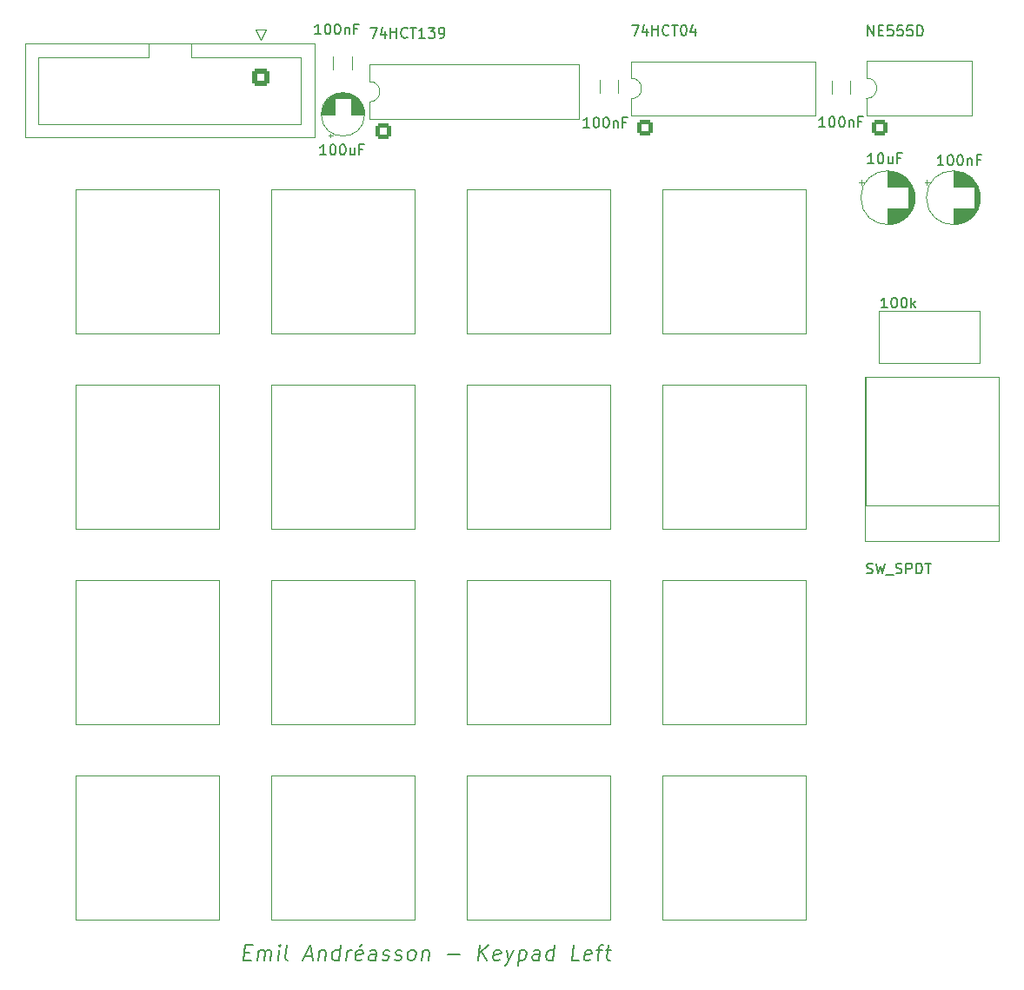
<source format=gto>
G04 #@! TF.GenerationSoftware,KiCad,Pcbnew,9.0.0*
G04 #@! TF.CreationDate,2025-06-15T15:39:48+02:00*
G04 #@! TF.ProjectId,8-bit computer_Keypad_Module,382d6269-7420-4636-9f6d-70757465725f,rev?*
G04 #@! TF.SameCoordinates,Original*
G04 #@! TF.FileFunction,Legend,Top*
G04 #@! TF.FilePolarity,Positive*
%FSLAX46Y46*%
G04 Gerber Fmt 4.6, Leading zero omitted, Abs format (unit mm)*
G04 Created by KiCad (PCBNEW 9.0.0) date 2025-06-15 15:39:48*
%MOMM*%
%LPD*%
G01*
G04 APERTURE LIST*
G04 Aperture macros list*
%AMRoundRect*
0 Rectangle with rounded corners*
0 $1 Rounding radius*
0 $2 $3 $4 $5 $6 $7 $8 $9 X,Y pos of 4 corners*
0 Add a 4 corners polygon primitive as box body*
4,1,4,$2,$3,$4,$5,$6,$7,$8,$9,$2,$3,0*
0 Add four circle primitives for the rounded corners*
1,1,$1+$1,$2,$3*
1,1,$1+$1,$4,$5*
1,1,$1+$1,$6,$7*
1,1,$1+$1,$8,$9*
0 Add four rect primitives between the rounded corners*
20,1,$1+$1,$2,$3,$4,$5,0*
20,1,$1+$1,$4,$5,$6,$7,0*
20,1,$1+$1,$6,$7,$8,$9,0*
20,1,$1+$1,$8,$9,$2,$3,0*%
G04 Aperture macros list end*
%ADD10C,0.187500*%
%ADD11C,0.150000*%
%ADD12C,0.120000*%
%ADD13C,0.100000*%
%ADD14C,5.600000*%
%ADD15RoundRect,0.250000X-0.600000X0.600000X-0.600000X-0.600000X0.600000X-0.600000X0.600000X0.600000X0*%
%ADD16C,1.700000*%
%ADD17C,1.600000*%
%ADD18C,4.000000*%
%ADD19C,2.200000*%
%ADD20C,1.690600*%
%ADD21RoundRect,0.250000X0.550000X-0.550000X0.550000X0.550000X-0.550000X0.550000X-0.550000X-0.550000X0*%
%ADD22C,10.000000*%
%ADD23C,3.000000*%
%ADD24R,1.600000X1.600000*%
%ADD25C,1.440000*%
%ADD26R,1.200000X1.200000*%
%ADD27C,1.200000*%
G04 APERTURE END LIST*
D10*
X132395783Y-138720964D02*
X132895783Y-138720964D01*
X133011855Y-139506678D02*
X132297569Y-139506678D01*
X132297569Y-139506678D02*
X132485069Y-138006678D01*
X132485069Y-138006678D02*
X133199355Y-138006678D01*
X133654712Y-139506678D02*
X133779712Y-138506678D01*
X133761855Y-138649535D02*
X133842212Y-138578107D01*
X133842212Y-138578107D02*
X133993998Y-138506678D01*
X133993998Y-138506678D02*
X134208283Y-138506678D01*
X134208283Y-138506678D02*
X134342212Y-138578107D01*
X134342212Y-138578107D02*
X134395783Y-138720964D01*
X134395783Y-138720964D02*
X134297569Y-139506678D01*
X134395783Y-138720964D02*
X134485069Y-138578107D01*
X134485069Y-138578107D02*
X134636855Y-138506678D01*
X134636855Y-138506678D02*
X134851140Y-138506678D01*
X134851140Y-138506678D02*
X134985069Y-138578107D01*
X134985069Y-138578107D02*
X135038640Y-138720964D01*
X135038640Y-138720964D02*
X134940426Y-139506678D01*
X135654712Y-139506678D02*
X135779712Y-138506678D01*
X135842212Y-138006678D02*
X135761855Y-138078107D01*
X135761855Y-138078107D02*
X135824355Y-138149535D01*
X135824355Y-138149535D02*
X135904712Y-138078107D01*
X135904712Y-138078107D02*
X135842212Y-138006678D01*
X135842212Y-138006678D02*
X135824355Y-138149535D01*
X136583284Y-139506678D02*
X136449355Y-139435250D01*
X136449355Y-139435250D02*
X136395784Y-139292392D01*
X136395784Y-139292392D02*
X136556498Y-138006678D01*
X138279712Y-139078107D02*
X138993997Y-139078107D01*
X138083283Y-139506678D02*
X138770783Y-138006678D01*
X138770783Y-138006678D02*
X139083283Y-139506678D01*
X139708283Y-138506678D02*
X139583283Y-139506678D01*
X139690426Y-138649535D02*
X139770783Y-138578107D01*
X139770783Y-138578107D02*
X139922569Y-138506678D01*
X139922569Y-138506678D02*
X140136854Y-138506678D01*
X140136854Y-138506678D02*
X140270783Y-138578107D01*
X140270783Y-138578107D02*
X140324354Y-138720964D01*
X140324354Y-138720964D02*
X140226140Y-139506678D01*
X141583283Y-139506678D02*
X141770783Y-138006678D01*
X141592212Y-139435250D02*
X141440426Y-139506678D01*
X141440426Y-139506678D02*
X141154712Y-139506678D01*
X141154712Y-139506678D02*
X141020783Y-139435250D01*
X141020783Y-139435250D02*
X140958283Y-139363821D01*
X140958283Y-139363821D02*
X140904712Y-139220964D01*
X140904712Y-139220964D02*
X140958283Y-138792392D01*
X140958283Y-138792392D02*
X141047569Y-138649535D01*
X141047569Y-138649535D02*
X141127926Y-138578107D01*
X141127926Y-138578107D02*
X141279712Y-138506678D01*
X141279712Y-138506678D02*
X141565426Y-138506678D01*
X141565426Y-138506678D02*
X141699354Y-138578107D01*
X142297569Y-139506678D02*
X142422569Y-138506678D01*
X142386855Y-138792392D02*
X142476140Y-138649535D01*
X142476140Y-138649535D02*
X142556497Y-138578107D01*
X142556497Y-138578107D02*
X142708283Y-138506678D01*
X142708283Y-138506678D02*
X142851140Y-138506678D01*
X143806497Y-139435250D02*
X143654711Y-139506678D01*
X143654711Y-139506678D02*
X143368997Y-139506678D01*
X143368997Y-139506678D02*
X143235068Y-139435250D01*
X143235068Y-139435250D02*
X143181497Y-139292392D01*
X143181497Y-139292392D02*
X143252926Y-138720964D01*
X143252926Y-138720964D02*
X143342211Y-138578107D01*
X143342211Y-138578107D02*
X143493997Y-138506678D01*
X143493997Y-138506678D02*
X143779711Y-138506678D01*
X143779711Y-138506678D02*
X143913640Y-138578107D01*
X143913640Y-138578107D02*
X143967211Y-138720964D01*
X143967211Y-138720964D02*
X143949354Y-138863821D01*
X143949354Y-138863821D02*
X143217211Y-139006678D01*
X143851140Y-137935250D02*
X143610068Y-138149535D01*
X145154711Y-139506678D02*
X145252925Y-138720964D01*
X145252925Y-138720964D02*
X145199354Y-138578107D01*
X145199354Y-138578107D02*
X145065425Y-138506678D01*
X145065425Y-138506678D02*
X144779711Y-138506678D01*
X144779711Y-138506678D02*
X144627925Y-138578107D01*
X145163640Y-139435250D02*
X145011854Y-139506678D01*
X145011854Y-139506678D02*
X144654711Y-139506678D01*
X144654711Y-139506678D02*
X144520782Y-139435250D01*
X144520782Y-139435250D02*
X144467211Y-139292392D01*
X144467211Y-139292392D02*
X144485068Y-139149535D01*
X144485068Y-139149535D02*
X144574354Y-139006678D01*
X144574354Y-139006678D02*
X144726140Y-138935250D01*
X144726140Y-138935250D02*
X145083282Y-138935250D01*
X145083282Y-138935250D02*
X145235068Y-138863821D01*
X145806497Y-139435250D02*
X145940425Y-139506678D01*
X145940425Y-139506678D02*
X146226140Y-139506678D01*
X146226140Y-139506678D02*
X146377925Y-139435250D01*
X146377925Y-139435250D02*
X146467211Y-139292392D01*
X146467211Y-139292392D02*
X146476140Y-139220964D01*
X146476140Y-139220964D02*
X146422568Y-139078107D01*
X146422568Y-139078107D02*
X146288640Y-139006678D01*
X146288640Y-139006678D02*
X146074354Y-139006678D01*
X146074354Y-139006678D02*
X145940425Y-138935250D01*
X145940425Y-138935250D02*
X145886854Y-138792392D01*
X145886854Y-138792392D02*
X145895783Y-138720964D01*
X145895783Y-138720964D02*
X145985068Y-138578107D01*
X145985068Y-138578107D02*
X146136854Y-138506678D01*
X146136854Y-138506678D02*
X146351140Y-138506678D01*
X146351140Y-138506678D02*
X146485068Y-138578107D01*
X147020783Y-139435250D02*
X147154711Y-139506678D01*
X147154711Y-139506678D02*
X147440426Y-139506678D01*
X147440426Y-139506678D02*
X147592211Y-139435250D01*
X147592211Y-139435250D02*
X147681497Y-139292392D01*
X147681497Y-139292392D02*
X147690426Y-139220964D01*
X147690426Y-139220964D02*
X147636854Y-139078107D01*
X147636854Y-139078107D02*
X147502926Y-139006678D01*
X147502926Y-139006678D02*
X147288640Y-139006678D01*
X147288640Y-139006678D02*
X147154711Y-138935250D01*
X147154711Y-138935250D02*
X147101140Y-138792392D01*
X147101140Y-138792392D02*
X147110069Y-138720964D01*
X147110069Y-138720964D02*
X147199354Y-138578107D01*
X147199354Y-138578107D02*
X147351140Y-138506678D01*
X147351140Y-138506678D02*
X147565426Y-138506678D01*
X147565426Y-138506678D02*
X147699354Y-138578107D01*
X148511855Y-139506678D02*
X148377926Y-139435250D01*
X148377926Y-139435250D02*
X148315426Y-139363821D01*
X148315426Y-139363821D02*
X148261855Y-139220964D01*
X148261855Y-139220964D02*
X148315426Y-138792392D01*
X148315426Y-138792392D02*
X148404712Y-138649535D01*
X148404712Y-138649535D02*
X148485069Y-138578107D01*
X148485069Y-138578107D02*
X148636855Y-138506678D01*
X148636855Y-138506678D02*
X148851140Y-138506678D01*
X148851140Y-138506678D02*
X148985069Y-138578107D01*
X148985069Y-138578107D02*
X149047569Y-138649535D01*
X149047569Y-138649535D02*
X149101140Y-138792392D01*
X149101140Y-138792392D02*
X149047569Y-139220964D01*
X149047569Y-139220964D02*
X148958283Y-139363821D01*
X148958283Y-139363821D02*
X148877926Y-139435250D01*
X148877926Y-139435250D02*
X148726140Y-139506678D01*
X148726140Y-139506678D02*
X148511855Y-139506678D01*
X149779712Y-138506678D02*
X149654712Y-139506678D01*
X149761855Y-138649535D02*
X149842212Y-138578107D01*
X149842212Y-138578107D02*
X149993998Y-138506678D01*
X149993998Y-138506678D02*
X150208283Y-138506678D01*
X150208283Y-138506678D02*
X150342212Y-138578107D01*
X150342212Y-138578107D02*
X150395783Y-138720964D01*
X150395783Y-138720964D02*
X150297569Y-139506678D01*
X152226140Y-138935250D02*
X153368998Y-138935250D01*
X155154712Y-139506678D02*
X155342212Y-138006678D01*
X156011855Y-139506678D02*
X155476140Y-138649535D01*
X156199355Y-138006678D02*
X155235069Y-138863821D01*
X157235069Y-139435250D02*
X157083283Y-139506678D01*
X157083283Y-139506678D02*
X156797569Y-139506678D01*
X156797569Y-139506678D02*
X156663640Y-139435250D01*
X156663640Y-139435250D02*
X156610069Y-139292392D01*
X156610069Y-139292392D02*
X156681498Y-138720964D01*
X156681498Y-138720964D02*
X156770783Y-138578107D01*
X156770783Y-138578107D02*
X156922569Y-138506678D01*
X156922569Y-138506678D02*
X157208283Y-138506678D01*
X157208283Y-138506678D02*
X157342212Y-138578107D01*
X157342212Y-138578107D02*
X157395783Y-138720964D01*
X157395783Y-138720964D02*
X157377926Y-138863821D01*
X157377926Y-138863821D02*
X156645783Y-139006678D01*
X157922569Y-138506678D02*
X158154712Y-139506678D01*
X158636854Y-138506678D02*
X158154712Y-139506678D01*
X158154712Y-139506678D02*
X157967212Y-139863821D01*
X157967212Y-139863821D02*
X157886854Y-139935250D01*
X157886854Y-139935250D02*
X157735069Y-140006678D01*
X159208283Y-138506678D02*
X159020783Y-140006678D01*
X159199354Y-138578107D02*
X159351140Y-138506678D01*
X159351140Y-138506678D02*
X159636854Y-138506678D01*
X159636854Y-138506678D02*
X159770783Y-138578107D01*
X159770783Y-138578107D02*
X159833283Y-138649535D01*
X159833283Y-138649535D02*
X159886854Y-138792392D01*
X159886854Y-138792392D02*
X159833283Y-139220964D01*
X159833283Y-139220964D02*
X159743997Y-139363821D01*
X159743997Y-139363821D02*
X159663640Y-139435250D01*
X159663640Y-139435250D02*
X159511854Y-139506678D01*
X159511854Y-139506678D02*
X159226140Y-139506678D01*
X159226140Y-139506678D02*
X159092211Y-139435250D01*
X161083283Y-139506678D02*
X161181497Y-138720964D01*
X161181497Y-138720964D02*
X161127926Y-138578107D01*
X161127926Y-138578107D02*
X160993997Y-138506678D01*
X160993997Y-138506678D02*
X160708283Y-138506678D01*
X160708283Y-138506678D02*
X160556497Y-138578107D01*
X161092212Y-139435250D02*
X160940426Y-139506678D01*
X160940426Y-139506678D02*
X160583283Y-139506678D01*
X160583283Y-139506678D02*
X160449354Y-139435250D01*
X160449354Y-139435250D02*
X160395783Y-139292392D01*
X160395783Y-139292392D02*
X160413640Y-139149535D01*
X160413640Y-139149535D02*
X160502926Y-139006678D01*
X160502926Y-139006678D02*
X160654712Y-138935250D01*
X160654712Y-138935250D02*
X161011854Y-138935250D01*
X161011854Y-138935250D02*
X161163640Y-138863821D01*
X162440426Y-139506678D02*
X162627926Y-138006678D01*
X162449355Y-139435250D02*
X162297569Y-139506678D01*
X162297569Y-139506678D02*
X162011855Y-139506678D01*
X162011855Y-139506678D02*
X161877926Y-139435250D01*
X161877926Y-139435250D02*
X161815426Y-139363821D01*
X161815426Y-139363821D02*
X161761855Y-139220964D01*
X161761855Y-139220964D02*
X161815426Y-138792392D01*
X161815426Y-138792392D02*
X161904712Y-138649535D01*
X161904712Y-138649535D02*
X161985069Y-138578107D01*
X161985069Y-138578107D02*
X162136855Y-138506678D01*
X162136855Y-138506678D02*
X162422569Y-138506678D01*
X162422569Y-138506678D02*
X162556497Y-138578107D01*
X165011855Y-139506678D02*
X164297569Y-139506678D01*
X164297569Y-139506678D02*
X164485069Y-138006678D01*
X166092212Y-139435250D02*
X165940426Y-139506678D01*
X165940426Y-139506678D02*
X165654712Y-139506678D01*
X165654712Y-139506678D02*
X165520783Y-139435250D01*
X165520783Y-139435250D02*
X165467212Y-139292392D01*
X165467212Y-139292392D02*
X165538641Y-138720964D01*
X165538641Y-138720964D02*
X165627926Y-138578107D01*
X165627926Y-138578107D02*
X165779712Y-138506678D01*
X165779712Y-138506678D02*
X166065426Y-138506678D01*
X166065426Y-138506678D02*
X166199355Y-138578107D01*
X166199355Y-138578107D02*
X166252926Y-138720964D01*
X166252926Y-138720964D02*
X166235069Y-138863821D01*
X166235069Y-138863821D02*
X165502926Y-139006678D01*
X166708283Y-138506678D02*
X167279712Y-138506678D01*
X166797569Y-139506678D02*
X166958283Y-138220964D01*
X166958283Y-138220964D02*
X167047569Y-138078107D01*
X167047569Y-138078107D02*
X167199355Y-138006678D01*
X167199355Y-138006678D02*
X167342212Y-138006678D01*
X167565426Y-138506678D02*
X168136855Y-138506678D01*
X167842212Y-138006678D02*
X167681498Y-139292392D01*
X167681498Y-139292392D02*
X167735069Y-139435250D01*
X167735069Y-139435250D02*
X167868998Y-139506678D01*
X167868998Y-139506678D02*
X168011855Y-139506678D01*
D11*
X139828780Y-49222819D02*
X139257352Y-49222819D01*
X139543066Y-49222819D02*
X139543066Y-48222819D01*
X139543066Y-48222819D02*
X139447828Y-48365676D01*
X139447828Y-48365676D02*
X139352590Y-48460914D01*
X139352590Y-48460914D02*
X139257352Y-48508533D01*
X140447828Y-48222819D02*
X140543066Y-48222819D01*
X140543066Y-48222819D02*
X140638304Y-48270438D01*
X140638304Y-48270438D02*
X140685923Y-48318057D01*
X140685923Y-48318057D02*
X140733542Y-48413295D01*
X140733542Y-48413295D02*
X140781161Y-48603771D01*
X140781161Y-48603771D02*
X140781161Y-48841866D01*
X140781161Y-48841866D02*
X140733542Y-49032342D01*
X140733542Y-49032342D02*
X140685923Y-49127580D01*
X140685923Y-49127580D02*
X140638304Y-49175200D01*
X140638304Y-49175200D02*
X140543066Y-49222819D01*
X140543066Y-49222819D02*
X140447828Y-49222819D01*
X140447828Y-49222819D02*
X140352590Y-49175200D01*
X140352590Y-49175200D02*
X140304971Y-49127580D01*
X140304971Y-49127580D02*
X140257352Y-49032342D01*
X140257352Y-49032342D02*
X140209733Y-48841866D01*
X140209733Y-48841866D02*
X140209733Y-48603771D01*
X140209733Y-48603771D02*
X140257352Y-48413295D01*
X140257352Y-48413295D02*
X140304971Y-48318057D01*
X140304971Y-48318057D02*
X140352590Y-48270438D01*
X140352590Y-48270438D02*
X140447828Y-48222819D01*
X141400209Y-48222819D02*
X141495447Y-48222819D01*
X141495447Y-48222819D02*
X141590685Y-48270438D01*
X141590685Y-48270438D02*
X141638304Y-48318057D01*
X141638304Y-48318057D02*
X141685923Y-48413295D01*
X141685923Y-48413295D02*
X141733542Y-48603771D01*
X141733542Y-48603771D02*
X141733542Y-48841866D01*
X141733542Y-48841866D02*
X141685923Y-49032342D01*
X141685923Y-49032342D02*
X141638304Y-49127580D01*
X141638304Y-49127580D02*
X141590685Y-49175200D01*
X141590685Y-49175200D02*
X141495447Y-49222819D01*
X141495447Y-49222819D02*
X141400209Y-49222819D01*
X141400209Y-49222819D02*
X141304971Y-49175200D01*
X141304971Y-49175200D02*
X141257352Y-49127580D01*
X141257352Y-49127580D02*
X141209733Y-49032342D01*
X141209733Y-49032342D02*
X141162114Y-48841866D01*
X141162114Y-48841866D02*
X141162114Y-48603771D01*
X141162114Y-48603771D02*
X141209733Y-48413295D01*
X141209733Y-48413295D02*
X141257352Y-48318057D01*
X141257352Y-48318057D02*
X141304971Y-48270438D01*
X141304971Y-48270438D02*
X141400209Y-48222819D01*
X142162114Y-48556152D02*
X142162114Y-49222819D01*
X142162114Y-48651390D02*
X142209733Y-48603771D01*
X142209733Y-48603771D02*
X142304971Y-48556152D01*
X142304971Y-48556152D02*
X142447828Y-48556152D01*
X142447828Y-48556152D02*
X142543066Y-48603771D01*
X142543066Y-48603771D02*
X142590685Y-48699009D01*
X142590685Y-48699009D02*
X142590685Y-49222819D01*
X143400209Y-48699009D02*
X143066876Y-48699009D01*
X143066876Y-49222819D02*
X143066876Y-48222819D01*
X143066876Y-48222819D02*
X143543066Y-48222819D01*
X170112133Y-48324419D02*
X170778799Y-48324419D01*
X170778799Y-48324419D02*
X170350228Y-49324419D01*
X171588323Y-48657752D02*
X171588323Y-49324419D01*
X171350228Y-48276800D02*
X171112133Y-48991085D01*
X171112133Y-48991085D02*
X171731180Y-48991085D01*
X172112133Y-49324419D02*
X172112133Y-48324419D01*
X172112133Y-48800609D02*
X172683561Y-48800609D01*
X172683561Y-49324419D02*
X172683561Y-48324419D01*
X173731180Y-49229180D02*
X173683561Y-49276800D01*
X173683561Y-49276800D02*
X173540704Y-49324419D01*
X173540704Y-49324419D02*
X173445466Y-49324419D01*
X173445466Y-49324419D02*
X173302609Y-49276800D01*
X173302609Y-49276800D02*
X173207371Y-49181561D01*
X173207371Y-49181561D02*
X173159752Y-49086323D01*
X173159752Y-49086323D02*
X173112133Y-48895847D01*
X173112133Y-48895847D02*
X173112133Y-48752990D01*
X173112133Y-48752990D02*
X173159752Y-48562514D01*
X173159752Y-48562514D02*
X173207371Y-48467276D01*
X173207371Y-48467276D02*
X173302609Y-48372038D01*
X173302609Y-48372038D02*
X173445466Y-48324419D01*
X173445466Y-48324419D02*
X173540704Y-48324419D01*
X173540704Y-48324419D02*
X173683561Y-48372038D01*
X173683561Y-48372038D02*
X173731180Y-48419657D01*
X174016895Y-48324419D02*
X174588323Y-48324419D01*
X174302609Y-49324419D02*
X174302609Y-48324419D01*
X175112133Y-48324419D02*
X175207371Y-48324419D01*
X175207371Y-48324419D02*
X175302609Y-48372038D01*
X175302609Y-48372038D02*
X175350228Y-48419657D01*
X175350228Y-48419657D02*
X175397847Y-48514895D01*
X175397847Y-48514895D02*
X175445466Y-48705371D01*
X175445466Y-48705371D02*
X175445466Y-48943466D01*
X175445466Y-48943466D02*
X175397847Y-49133942D01*
X175397847Y-49133942D02*
X175350228Y-49229180D01*
X175350228Y-49229180D02*
X175302609Y-49276800D01*
X175302609Y-49276800D02*
X175207371Y-49324419D01*
X175207371Y-49324419D02*
X175112133Y-49324419D01*
X175112133Y-49324419D02*
X175016895Y-49276800D01*
X175016895Y-49276800D02*
X174969276Y-49229180D01*
X174969276Y-49229180D02*
X174921657Y-49133942D01*
X174921657Y-49133942D02*
X174874038Y-48943466D01*
X174874038Y-48943466D02*
X174874038Y-48705371D01*
X174874038Y-48705371D02*
X174921657Y-48514895D01*
X174921657Y-48514895D02*
X174969276Y-48419657D01*
X174969276Y-48419657D02*
X175016895Y-48372038D01*
X175016895Y-48372038D02*
X175112133Y-48324419D01*
X176302609Y-48657752D02*
X176302609Y-49324419D01*
X176064514Y-48276800D02*
X175826419Y-48991085D01*
X175826419Y-48991085D02*
X176445466Y-48991085D01*
X165990780Y-58316019D02*
X165419352Y-58316019D01*
X165705066Y-58316019D02*
X165705066Y-57316019D01*
X165705066Y-57316019D02*
X165609828Y-57458876D01*
X165609828Y-57458876D02*
X165514590Y-57554114D01*
X165514590Y-57554114D02*
X165419352Y-57601733D01*
X166609828Y-57316019D02*
X166705066Y-57316019D01*
X166705066Y-57316019D02*
X166800304Y-57363638D01*
X166800304Y-57363638D02*
X166847923Y-57411257D01*
X166847923Y-57411257D02*
X166895542Y-57506495D01*
X166895542Y-57506495D02*
X166943161Y-57696971D01*
X166943161Y-57696971D02*
X166943161Y-57935066D01*
X166943161Y-57935066D02*
X166895542Y-58125542D01*
X166895542Y-58125542D02*
X166847923Y-58220780D01*
X166847923Y-58220780D02*
X166800304Y-58268400D01*
X166800304Y-58268400D02*
X166705066Y-58316019D01*
X166705066Y-58316019D02*
X166609828Y-58316019D01*
X166609828Y-58316019D02*
X166514590Y-58268400D01*
X166514590Y-58268400D02*
X166466971Y-58220780D01*
X166466971Y-58220780D02*
X166419352Y-58125542D01*
X166419352Y-58125542D02*
X166371733Y-57935066D01*
X166371733Y-57935066D02*
X166371733Y-57696971D01*
X166371733Y-57696971D02*
X166419352Y-57506495D01*
X166419352Y-57506495D02*
X166466971Y-57411257D01*
X166466971Y-57411257D02*
X166514590Y-57363638D01*
X166514590Y-57363638D02*
X166609828Y-57316019D01*
X167562209Y-57316019D02*
X167657447Y-57316019D01*
X167657447Y-57316019D02*
X167752685Y-57363638D01*
X167752685Y-57363638D02*
X167800304Y-57411257D01*
X167800304Y-57411257D02*
X167847923Y-57506495D01*
X167847923Y-57506495D02*
X167895542Y-57696971D01*
X167895542Y-57696971D02*
X167895542Y-57935066D01*
X167895542Y-57935066D02*
X167847923Y-58125542D01*
X167847923Y-58125542D02*
X167800304Y-58220780D01*
X167800304Y-58220780D02*
X167752685Y-58268400D01*
X167752685Y-58268400D02*
X167657447Y-58316019D01*
X167657447Y-58316019D02*
X167562209Y-58316019D01*
X167562209Y-58316019D02*
X167466971Y-58268400D01*
X167466971Y-58268400D02*
X167419352Y-58220780D01*
X167419352Y-58220780D02*
X167371733Y-58125542D01*
X167371733Y-58125542D02*
X167324114Y-57935066D01*
X167324114Y-57935066D02*
X167324114Y-57696971D01*
X167324114Y-57696971D02*
X167371733Y-57506495D01*
X167371733Y-57506495D02*
X167419352Y-57411257D01*
X167419352Y-57411257D02*
X167466971Y-57363638D01*
X167466971Y-57363638D02*
X167562209Y-57316019D01*
X168324114Y-57649352D02*
X168324114Y-58316019D01*
X168324114Y-57744590D02*
X168371733Y-57696971D01*
X168371733Y-57696971D02*
X168466971Y-57649352D01*
X168466971Y-57649352D02*
X168609828Y-57649352D01*
X168609828Y-57649352D02*
X168705066Y-57696971D01*
X168705066Y-57696971D02*
X168752685Y-57792209D01*
X168752685Y-57792209D02*
X168752685Y-58316019D01*
X169562209Y-57792209D02*
X169228876Y-57792209D01*
X169228876Y-58316019D02*
X169228876Y-57316019D01*
X169228876Y-57316019D02*
X169705066Y-57316019D01*
X193116533Y-49375219D02*
X193116533Y-48375219D01*
X193116533Y-48375219D02*
X193687961Y-49375219D01*
X193687961Y-49375219D02*
X193687961Y-48375219D01*
X194164152Y-48851409D02*
X194497485Y-48851409D01*
X194640342Y-49375219D02*
X194164152Y-49375219D01*
X194164152Y-49375219D02*
X194164152Y-48375219D01*
X194164152Y-48375219D02*
X194640342Y-48375219D01*
X195545104Y-48375219D02*
X195068914Y-48375219D01*
X195068914Y-48375219D02*
X195021295Y-48851409D01*
X195021295Y-48851409D02*
X195068914Y-48803790D01*
X195068914Y-48803790D02*
X195164152Y-48756171D01*
X195164152Y-48756171D02*
X195402247Y-48756171D01*
X195402247Y-48756171D02*
X195497485Y-48803790D01*
X195497485Y-48803790D02*
X195545104Y-48851409D01*
X195545104Y-48851409D02*
X195592723Y-48946647D01*
X195592723Y-48946647D02*
X195592723Y-49184742D01*
X195592723Y-49184742D02*
X195545104Y-49279980D01*
X195545104Y-49279980D02*
X195497485Y-49327600D01*
X195497485Y-49327600D02*
X195402247Y-49375219D01*
X195402247Y-49375219D02*
X195164152Y-49375219D01*
X195164152Y-49375219D02*
X195068914Y-49327600D01*
X195068914Y-49327600D02*
X195021295Y-49279980D01*
X196497485Y-48375219D02*
X196021295Y-48375219D01*
X196021295Y-48375219D02*
X195973676Y-48851409D01*
X195973676Y-48851409D02*
X196021295Y-48803790D01*
X196021295Y-48803790D02*
X196116533Y-48756171D01*
X196116533Y-48756171D02*
X196354628Y-48756171D01*
X196354628Y-48756171D02*
X196449866Y-48803790D01*
X196449866Y-48803790D02*
X196497485Y-48851409D01*
X196497485Y-48851409D02*
X196545104Y-48946647D01*
X196545104Y-48946647D02*
X196545104Y-49184742D01*
X196545104Y-49184742D02*
X196497485Y-49279980D01*
X196497485Y-49279980D02*
X196449866Y-49327600D01*
X196449866Y-49327600D02*
X196354628Y-49375219D01*
X196354628Y-49375219D02*
X196116533Y-49375219D01*
X196116533Y-49375219D02*
X196021295Y-49327600D01*
X196021295Y-49327600D02*
X195973676Y-49279980D01*
X197449866Y-48375219D02*
X196973676Y-48375219D01*
X196973676Y-48375219D02*
X196926057Y-48851409D01*
X196926057Y-48851409D02*
X196973676Y-48803790D01*
X196973676Y-48803790D02*
X197068914Y-48756171D01*
X197068914Y-48756171D02*
X197307009Y-48756171D01*
X197307009Y-48756171D02*
X197402247Y-48803790D01*
X197402247Y-48803790D02*
X197449866Y-48851409D01*
X197449866Y-48851409D02*
X197497485Y-48946647D01*
X197497485Y-48946647D02*
X197497485Y-49184742D01*
X197497485Y-49184742D02*
X197449866Y-49279980D01*
X197449866Y-49279980D02*
X197402247Y-49327600D01*
X197402247Y-49327600D02*
X197307009Y-49375219D01*
X197307009Y-49375219D02*
X197068914Y-49375219D01*
X197068914Y-49375219D02*
X196973676Y-49327600D01*
X196973676Y-49327600D02*
X196926057Y-49279980D01*
X197926057Y-49375219D02*
X197926057Y-48375219D01*
X197926057Y-48375219D02*
X198164152Y-48375219D01*
X198164152Y-48375219D02*
X198307009Y-48422838D01*
X198307009Y-48422838D02*
X198402247Y-48518076D01*
X198402247Y-48518076D02*
X198449866Y-48613314D01*
X198449866Y-48613314D02*
X198497485Y-48803790D01*
X198497485Y-48803790D02*
X198497485Y-48946647D01*
X198497485Y-48946647D02*
X198449866Y-49137123D01*
X198449866Y-49137123D02*
X198402247Y-49232361D01*
X198402247Y-49232361D02*
X198307009Y-49327600D01*
X198307009Y-49327600D02*
X198164152Y-49375219D01*
X198164152Y-49375219D02*
X197926057Y-49375219D01*
X144642343Y-48578419D02*
X145309009Y-48578419D01*
X145309009Y-48578419D02*
X144880438Y-49578419D01*
X146118533Y-48911752D02*
X146118533Y-49578419D01*
X145880438Y-48530800D02*
X145642343Y-49245085D01*
X145642343Y-49245085D02*
X146261390Y-49245085D01*
X146642343Y-49578419D02*
X146642343Y-48578419D01*
X146642343Y-49054609D02*
X147213771Y-49054609D01*
X147213771Y-49578419D02*
X147213771Y-48578419D01*
X148261390Y-49483180D02*
X148213771Y-49530800D01*
X148213771Y-49530800D02*
X148070914Y-49578419D01*
X148070914Y-49578419D02*
X147975676Y-49578419D01*
X147975676Y-49578419D02*
X147832819Y-49530800D01*
X147832819Y-49530800D02*
X147737581Y-49435561D01*
X147737581Y-49435561D02*
X147689962Y-49340323D01*
X147689962Y-49340323D02*
X147642343Y-49149847D01*
X147642343Y-49149847D02*
X147642343Y-49006990D01*
X147642343Y-49006990D02*
X147689962Y-48816514D01*
X147689962Y-48816514D02*
X147737581Y-48721276D01*
X147737581Y-48721276D02*
X147832819Y-48626038D01*
X147832819Y-48626038D02*
X147975676Y-48578419D01*
X147975676Y-48578419D02*
X148070914Y-48578419D01*
X148070914Y-48578419D02*
X148213771Y-48626038D01*
X148213771Y-48626038D02*
X148261390Y-48673657D01*
X148547105Y-48578419D02*
X149118533Y-48578419D01*
X148832819Y-49578419D02*
X148832819Y-48578419D01*
X149975676Y-49578419D02*
X149404248Y-49578419D01*
X149689962Y-49578419D02*
X149689962Y-48578419D01*
X149689962Y-48578419D02*
X149594724Y-48721276D01*
X149594724Y-48721276D02*
X149499486Y-48816514D01*
X149499486Y-48816514D02*
X149404248Y-48864133D01*
X150309010Y-48578419D02*
X150928057Y-48578419D01*
X150928057Y-48578419D02*
X150594724Y-48959371D01*
X150594724Y-48959371D02*
X150737581Y-48959371D01*
X150737581Y-48959371D02*
X150832819Y-49006990D01*
X150832819Y-49006990D02*
X150880438Y-49054609D01*
X150880438Y-49054609D02*
X150928057Y-49149847D01*
X150928057Y-49149847D02*
X150928057Y-49387942D01*
X150928057Y-49387942D02*
X150880438Y-49483180D01*
X150880438Y-49483180D02*
X150832819Y-49530800D01*
X150832819Y-49530800D02*
X150737581Y-49578419D01*
X150737581Y-49578419D02*
X150451867Y-49578419D01*
X150451867Y-49578419D02*
X150356629Y-49530800D01*
X150356629Y-49530800D02*
X150309010Y-49483180D01*
X151404248Y-49578419D02*
X151594724Y-49578419D01*
X151594724Y-49578419D02*
X151689962Y-49530800D01*
X151689962Y-49530800D02*
X151737581Y-49483180D01*
X151737581Y-49483180D02*
X151832819Y-49340323D01*
X151832819Y-49340323D02*
X151880438Y-49149847D01*
X151880438Y-49149847D02*
X151880438Y-48768895D01*
X151880438Y-48768895D02*
X151832819Y-48673657D01*
X151832819Y-48673657D02*
X151785200Y-48626038D01*
X151785200Y-48626038D02*
X151689962Y-48578419D01*
X151689962Y-48578419D02*
X151499486Y-48578419D01*
X151499486Y-48578419D02*
X151404248Y-48626038D01*
X151404248Y-48626038D02*
X151356629Y-48673657D01*
X151356629Y-48673657D02*
X151309010Y-48768895D01*
X151309010Y-48768895D02*
X151309010Y-49006990D01*
X151309010Y-49006990D02*
X151356629Y-49102228D01*
X151356629Y-49102228D02*
X151404248Y-49149847D01*
X151404248Y-49149847D02*
X151499486Y-49197466D01*
X151499486Y-49197466D02*
X151689962Y-49197466D01*
X151689962Y-49197466D02*
X151785200Y-49149847D01*
X151785200Y-49149847D02*
X151832819Y-49102228D01*
X151832819Y-49102228D02*
X151880438Y-49006990D01*
X192992762Y-101753200D02*
X193135619Y-101800819D01*
X193135619Y-101800819D02*
X193373714Y-101800819D01*
X193373714Y-101800819D02*
X193468952Y-101753200D01*
X193468952Y-101753200D02*
X193516571Y-101705580D01*
X193516571Y-101705580D02*
X193564190Y-101610342D01*
X193564190Y-101610342D02*
X193564190Y-101515104D01*
X193564190Y-101515104D02*
X193516571Y-101419866D01*
X193516571Y-101419866D02*
X193468952Y-101372247D01*
X193468952Y-101372247D02*
X193373714Y-101324628D01*
X193373714Y-101324628D02*
X193183238Y-101277009D01*
X193183238Y-101277009D02*
X193088000Y-101229390D01*
X193088000Y-101229390D02*
X193040381Y-101181771D01*
X193040381Y-101181771D02*
X192992762Y-101086533D01*
X192992762Y-101086533D02*
X192992762Y-100991295D01*
X192992762Y-100991295D02*
X193040381Y-100896057D01*
X193040381Y-100896057D02*
X193088000Y-100848438D01*
X193088000Y-100848438D02*
X193183238Y-100800819D01*
X193183238Y-100800819D02*
X193421333Y-100800819D01*
X193421333Y-100800819D02*
X193564190Y-100848438D01*
X193897524Y-100800819D02*
X194135619Y-101800819D01*
X194135619Y-101800819D02*
X194326095Y-101086533D01*
X194326095Y-101086533D02*
X194516571Y-101800819D01*
X194516571Y-101800819D02*
X194754667Y-100800819D01*
X194897524Y-101896057D02*
X195659428Y-101896057D01*
X195849905Y-101753200D02*
X195992762Y-101800819D01*
X195992762Y-101800819D02*
X196230857Y-101800819D01*
X196230857Y-101800819D02*
X196326095Y-101753200D01*
X196326095Y-101753200D02*
X196373714Y-101705580D01*
X196373714Y-101705580D02*
X196421333Y-101610342D01*
X196421333Y-101610342D02*
X196421333Y-101515104D01*
X196421333Y-101515104D02*
X196373714Y-101419866D01*
X196373714Y-101419866D02*
X196326095Y-101372247D01*
X196326095Y-101372247D02*
X196230857Y-101324628D01*
X196230857Y-101324628D02*
X196040381Y-101277009D01*
X196040381Y-101277009D02*
X195945143Y-101229390D01*
X195945143Y-101229390D02*
X195897524Y-101181771D01*
X195897524Y-101181771D02*
X195849905Y-101086533D01*
X195849905Y-101086533D02*
X195849905Y-100991295D01*
X195849905Y-100991295D02*
X195897524Y-100896057D01*
X195897524Y-100896057D02*
X195945143Y-100848438D01*
X195945143Y-100848438D02*
X196040381Y-100800819D01*
X196040381Y-100800819D02*
X196278476Y-100800819D01*
X196278476Y-100800819D02*
X196421333Y-100848438D01*
X196849905Y-101800819D02*
X196849905Y-100800819D01*
X196849905Y-100800819D02*
X197230857Y-100800819D01*
X197230857Y-100800819D02*
X197326095Y-100848438D01*
X197326095Y-100848438D02*
X197373714Y-100896057D01*
X197373714Y-100896057D02*
X197421333Y-100991295D01*
X197421333Y-100991295D02*
X197421333Y-101134152D01*
X197421333Y-101134152D02*
X197373714Y-101229390D01*
X197373714Y-101229390D02*
X197326095Y-101277009D01*
X197326095Y-101277009D02*
X197230857Y-101324628D01*
X197230857Y-101324628D02*
X196849905Y-101324628D01*
X197849905Y-101800819D02*
X197849905Y-100800819D01*
X197849905Y-100800819D02*
X198088000Y-100800819D01*
X198088000Y-100800819D02*
X198230857Y-100848438D01*
X198230857Y-100848438D02*
X198326095Y-100943676D01*
X198326095Y-100943676D02*
X198373714Y-101038914D01*
X198373714Y-101038914D02*
X198421333Y-101229390D01*
X198421333Y-101229390D02*
X198421333Y-101372247D01*
X198421333Y-101372247D02*
X198373714Y-101562723D01*
X198373714Y-101562723D02*
X198326095Y-101657961D01*
X198326095Y-101657961D02*
X198230857Y-101753200D01*
X198230857Y-101753200D02*
X198088000Y-101800819D01*
X198088000Y-101800819D02*
X197849905Y-101800819D01*
X198707048Y-100800819D02*
X199278476Y-100800819D01*
X198992762Y-101800819D02*
X198992762Y-100800819D01*
X188952380Y-58265219D02*
X188380952Y-58265219D01*
X188666666Y-58265219D02*
X188666666Y-57265219D01*
X188666666Y-57265219D02*
X188571428Y-57408076D01*
X188571428Y-57408076D02*
X188476190Y-57503314D01*
X188476190Y-57503314D02*
X188380952Y-57550933D01*
X189571428Y-57265219D02*
X189666666Y-57265219D01*
X189666666Y-57265219D02*
X189761904Y-57312838D01*
X189761904Y-57312838D02*
X189809523Y-57360457D01*
X189809523Y-57360457D02*
X189857142Y-57455695D01*
X189857142Y-57455695D02*
X189904761Y-57646171D01*
X189904761Y-57646171D02*
X189904761Y-57884266D01*
X189904761Y-57884266D02*
X189857142Y-58074742D01*
X189857142Y-58074742D02*
X189809523Y-58169980D01*
X189809523Y-58169980D02*
X189761904Y-58217600D01*
X189761904Y-58217600D02*
X189666666Y-58265219D01*
X189666666Y-58265219D02*
X189571428Y-58265219D01*
X189571428Y-58265219D02*
X189476190Y-58217600D01*
X189476190Y-58217600D02*
X189428571Y-58169980D01*
X189428571Y-58169980D02*
X189380952Y-58074742D01*
X189380952Y-58074742D02*
X189333333Y-57884266D01*
X189333333Y-57884266D02*
X189333333Y-57646171D01*
X189333333Y-57646171D02*
X189380952Y-57455695D01*
X189380952Y-57455695D02*
X189428571Y-57360457D01*
X189428571Y-57360457D02*
X189476190Y-57312838D01*
X189476190Y-57312838D02*
X189571428Y-57265219D01*
X190523809Y-57265219D02*
X190619047Y-57265219D01*
X190619047Y-57265219D02*
X190714285Y-57312838D01*
X190714285Y-57312838D02*
X190761904Y-57360457D01*
X190761904Y-57360457D02*
X190809523Y-57455695D01*
X190809523Y-57455695D02*
X190857142Y-57646171D01*
X190857142Y-57646171D02*
X190857142Y-57884266D01*
X190857142Y-57884266D02*
X190809523Y-58074742D01*
X190809523Y-58074742D02*
X190761904Y-58169980D01*
X190761904Y-58169980D02*
X190714285Y-58217600D01*
X190714285Y-58217600D02*
X190619047Y-58265219D01*
X190619047Y-58265219D02*
X190523809Y-58265219D01*
X190523809Y-58265219D02*
X190428571Y-58217600D01*
X190428571Y-58217600D02*
X190380952Y-58169980D01*
X190380952Y-58169980D02*
X190333333Y-58074742D01*
X190333333Y-58074742D02*
X190285714Y-57884266D01*
X190285714Y-57884266D02*
X190285714Y-57646171D01*
X190285714Y-57646171D02*
X190333333Y-57455695D01*
X190333333Y-57455695D02*
X190380952Y-57360457D01*
X190380952Y-57360457D02*
X190428571Y-57312838D01*
X190428571Y-57312838D02*
X190523809Y-57265219D01*
X191285714Y-57598552D02*
X191285714Y-58265219D01*
X191285714Y-57693790D02*
X191333333Y-57646171D01*
X191333333Y-57646171D02*
X191428571Y-57598552D01*
X191428571Y-57598552D02*
X191571428Y-57598552D01*
X191571428Y-57598552D02*
X191666666Y-57646171D01*
X191666666Y-57646171D02*
X191714285Y-57741409D01*
X191714285Y-57741409D02*
X191714285Y-58265219D01*
X192523809Y-57741409D02*
X192190476Y-57741409D01*
X192190476Y-58265219D02*
X192190476Y-57265219D01*
X192190476Y-57265219D02*
X192666666Y-57265219D01*
X200483980Y-61973619D02*
X199912552Y-61973619D01*
X200198266Y-61973619D02*
X200198266Y-60973619D01*
X200198266Y-60973619D02*
X200103028Y-61116476D01*
X200103028Y-61116476D02*
X200007790Y-61211714D01*
X200007790Y-61211714D02*
X199912552Y-61259333D01*
X201103028Y-60973619D02*
X201198266Y-60973619D01*
X201198266Y-60973619D02*
X201293504Y-61021238D01*
X201293504Y-61021238D02*
X201341123Y-61068857D01*
X201341123Y-61068857D02*
X201388742Y-61164095D01*
X201388742Y-61164095D02*
X201436361Y-61354571D01*
X201436361Y-61354571D02*
X201436361Y-61592666D01*
X201436361Y-61592666D02*
X201388742Y-61783142D01*
X201388742Y-61783142D02*
X201341123Y-61878380D01*
X201341123Y-61878380D02*
X201293504Y-61926000D01*
X201293504Y-61926000D02*
X201198266Y-61973619D01*
X201198266Y-61973619D02*
X201103028Y-61973619D01*
X201103028Y-61973619D02*
X201007790Y-61926000D01*
X201007790Y-61926000D02*
X200960171Y-61878380D01*
X200960171Y-61878380D02*
X200912552Y-61783142D01*
X200912552Y-61783142D02*
X200864933Y-61592666D01*
X200864933Y-61592666D02*
X200864933Y-61354571D01*
X200864933Y-61354571D02*
X200912552Y-61164095D01*
X200912552Y-61164095D02*
X200960171Y-61068857D01*
X200960171Y-61068857D02*
X201007790Y-61021238D01*
X201007790Y-61021238D02*
X201103028Y-60973619D01*
X202055409Y-60973619D02*
X202150647Y-60973619D01*
X202150647Y-60973619D02*
X202245885Y-61021238D01*
X202245885Y-61021238D02*
X202293504Y-61068857D01*
X202293504Y-61068857D02*
X202341123Y-61164095D01*
X202341123Y-61164095D02*
X202388742Y-61354571D01*
X202388742Y-61354571D02*
X202388742Y-61592666D01*
X202388742Y-61592666D02*
X202341123Y-61783142D01*
X202341123Y-61783142D02*
X202293504Y-61878380D01*
X202293504Y-61878380D02*
X202245885Y-61926000D01*
X202245885Y-61926000D02*
X202150647Y-61973619D01*
X202150647Y-61973619D02*
X202055409Y-61973619D01*
X202055409Y-61973619D02*
X201960171Y-61926000D01*
X201960171Y-61926000D02*
X201912552Y-61878380D01*
X201912552Y-61878380D02*
X201864933Y-61783142D01*
X201864933Y-61783142D02*
X201817314Y-61592666D01*
X201817314Y-61592666D02*
X201817314Y-61354571D01*
X201817314Y-61354571D02*
X201864933Y-61164095D01*
X201864933Y-61164095D02*
X201912552Y-61068857D01*
X201912552Y-61068857D02*
X201960171Y-61021238D01*
X201960171Y-61021238D02*
X202055409Y-60973619D01*
X202817314Y-61306952D02*
X202817314Y-61973619D01*
X202817314Y-61402190D02*
X202864933Y-61354571D01*
X202864933Y-61354571D02*
X202960171Y-61306952D01*
X202960171Y-61306952D02*
X203103028Y-61306952D01*
X203103028Y-61306952D02*
X203198266Y-61354571D01*
X203198266Y-61354571D02*
X203245885Y-61449809D01*
X203245885Y-61449809D02*
X203245885Y-61973619D01*
X204055409Y-61449809D02*
X203722076Y-61449809D01*
X203722076Y-61973619D02*
X203722076Y-60973619D01*
X203722076Y-60973619D02*
X204198266Y-60973619D01*
X195016571Y-75892819D02*
X194445143Y-75892819D01*
X194730857Y-75892819D02*
X194730857Y-74892819D01*
X194730857Y-74892819D02*
X194635619Y-75035676D01*
X194635619Y-75035676D02*
X194540381Y-75130914D01*
X194540381Y-75130914D02*
X194445143Y-75178533D01*
X195635619Y-74892819D02*
X195730857Y-74892819D01*
X195730857Y-74892819D02*
X195826095Y-74940438D01*
X195826095Y-74940438D02*
X195873714Y-74988057D01*
X195873714Y-74988057D02*
X195921333Y-75083295D01*
X195921333Y-75083295D02*
X195968952Y-75273771D01*
X195968952Y-75273771D02*
X195968952Y-75511866D01*
X195968952Y-75511866D02*
X195921333Y-75702342D01*
X195921333Y-75702342D02*
X195873714Y-75797580D01*
X195873714Y-75797580D02*
X195826095Y-75845200D01*
X195826095Y-75845200D02*
X195730857Y-75892819D01*
X195730857Y-75892819D02*
X195635619Y-75892819D01*
X195635619Y-75892819D02*
X195540381Y-75845200D01*
X195540381Y-75845200D02*
X195492762Y-75797580D01*
X195492762Y-75797580D02*
X195445143Y-75702342D01*
X195445143Y-75702342D02*
X195397524Y-75511866D01*
X195397524Y-75511866D02*
X195397524Y-75273771D01*
X195397524Y-75273771D02*
X195445143Y-75083295D01*
X195445143Y-75083295D02*
X195492762Y-74988057D01*
X195492762Y-74988057D02*
X195540381Y-74940438D01*
X195540381Y-74940438D02*
X195635619Y-74892819D01*
X196588000Y-74892819D02*
X196683238Y-74892819D01*
X196683238Y-74892819D02*
X196778476Y-74940438D01*
X196778476Y-74940438D02*
X196826095Y-74988057D01*
X196826095Y-74988057D02*
X196873714Y-75083295D01*
X196873714Y-75083295D02*
X196921333Y-75273771D01*
X196921333Y-75273771D02*
X196921333Y-75511866D01*
X196921333Y-75511866D02*
X196873714Y-75702342D01*
X196873714Y-75702342D02*
X196826095Y-75797580D01*
X196826095Y-75797580D02*
X196778476Y-75845200D01*
X196778476Y-75845200D02*
X196683238Y-75892819D01*
X196683238Y-75892819D02*
X196588000Y-75892819D01*
X196588000Y-75892819D02*
X196492762Y-75845200D01*
X196492762Y-75845200D02*
X196445143Y-75797580D01*
X196445143Y-75797580D02*
X196397524Y-75702342D01*
X196397524Y-75702342D02*
X196349905Y-75511866D01*
X196349905Y-75511866D02*
X196349905Y-75273771D01*
X196349905Y-75273771D02*
X196397524Y-75083295D01*
X196397524Y-75083295D02*
X196445143Y-74988057D01*
X196445143Y-74988057D02*
X196492762Y-74940438D01*
X196492762Y-74940438D02*
X196588000Y-74892819D01*
X197349905Y-75892819D02*
X197349905Y-74892819D01*
X197445143Y-75511866D02*
X197730857Y-75892819D01*
X197730857Y-75226152D02*
X197349905Y-75607104D01*
X140336780Y-60957619D02*
X139765352Y-60957619D01*
X140051066Y-60957619D02*
X140051066Y-59957619D01*
X140051066Y-59957619D02*
X139955828Y-60100476D01*
X139955828Y-60100476D02*
X139860590Y-60195714D01*
X139860590Y-60195714D02*
X139765352Y-60243333D01*
X140955828Y-59957619D02*
X141051066Y-59957619D01*
X141051066Y-59957619D02*
X141146304Y-60005238D01*
X141146304Y-60005238D02*
X141193923Y-60052857D01*
X141193923Y-60052857D02*
X141241542Y-60148095D01*
X141241542Y-60148095D02*
X141289161Y-60338571D01*
X141289161Y-60338571D02*
X141289161Y-60576666D01*
X141289161Y-60576666D02*
X141241542Y-60767142D01*
X141241542Y-60767142D02*
X141193923Y-60862380D01*
X141193923Y-60862380D02*
X141146304Y-60910000D01*
X141146304Y-60910000D02*
X141051066Y-60957619D01*
X141051066Y-60957619D02*
X140955828Y-60957619D01*
X140955828Y-60957619D02*
X140860590Y-60910000D01*
X140860590Y-60910000D02*
X140812971Y-60862380D01*
X140812971Y-60862380D02*
X140765352Y-60767142D01*
X140765352Y-60767142D02*
X140717733Y-60576666D01*
X140717733Y-60576666D02*
X140717733Y-60338571D01*
X140717733Y-60338571D02*
X140765352Y-60148095D01*
X140765352Y-60148095D02*
X140812971Y-60052857D01*
X140812971Y-60052857D02*
X140860590Y-60005238D01*
X140860590Y-60005238D02*
X140955828Y-59957619D01*
X141908209Y-59957619D02*
X142003447Y-59957619D01*
X142003447Y-59957619D02*
X142098685Y-60005238D01*
X142098685Y-60005238D02*
X142146304Y-60052857D01*
X142146304Y-60052857D02*
X142193923Y-60148095D01*
X142193923Y-60148095D02*
X142241542Y-60338571D01*
X142241542Y-60338571D02*
X142241542Y-60576666D01*
X142241542Y-60576666D02*
X142193923Y-60767142D01*
X142193923Y-60767142D02*
X142146304Y-60862380D01*
X142146304Y-60862380D02*
X142098685Y-60910000D01*
X142098685Y-60910000D02*
X142003447Y-60957619D01*
X142003447Y-60957619D02*
X141908209Y-60957619D01*
X141908209Y-60957619D02*
X141812971Y-60910000D01*
X141812971Y-60910000D02*
X141765352Y-60862380D01*
X141765352Y-60862380D02*
X141717733Y-60767142D01*
X141717733Y-60767142D02*
X141670114Y-60576666D01*
X141670114Y-60576666D02*
X141670114Y-60338571D01*
X141670114Y-60338571D02*
X141717733Y-60148095D01*
X141717733Y-60148095D02*
X141765352Y-60052857D01*
X141765352Y-60052857D02*
X141812971Y-60005238D01*
X141812971Y-60005238D02*
X141908209Y-59957619D01*
X143098685Y-60290952D02*
X143098685Y-60957619D01*
X142670114Y-60290952D02*
X142670114Y-60814761D01*
X142670114Y-60814761D02*
X142717733Y-60910000D01*
X142717733Y-60910000D02*
X142812971Y-60957619D01*
X142812971Y-60957619D02*
X142955828Y-60957619D01*
X142955828Y-60957619D02*
X143051066Y-60910000D01*
X143051066Y-60910000D02*
X143098685Y-60862380D01*
X143908209Y-60433809D02*
X143574876Y-60433809D01*
X143574876Y-60957619D02*
X143574876Y-59957619D01*
X143574876Y-59957619D02*
X144051066Y-59957619D01*
X193695771Y-61821219D02*
X193124343Y-61821219D01*
X193410057Y-61821219D02*
X193410057Y-60821219D01*
X193410057Y-60821219D02*
X193314819Y-60964076D01*
X193314819Y-60964076D02*
X193219581Y-61059314D01*
X193219581Y-61059314D02*
X193124343Y-61106933D01*
X194314819Y-60821219D02*
X194410057Y-60821219D01*
X194410057Y-60821219D02*
X194505295Y-60868838D01*
X194505295Y-60868838D02*
X194552914Y-60916457D01*
X194552914Y-60916457D02*
X194600533Y-61011695D01*
X194600533Y-61011695D02*
X194648152Y-61202171D01*
X194648152Y-61202171D02*
X194648152Y-61440266D01*
X194648152Y-61440266D02*
X194600533Y-61630742D01*
X194600533Y-61630742D02*
X194552914Y-61725980D01*
X194552914Y-61725980D02*
X194505295Y-61773600D01*
X194505295Y-61773600D02*
X194410057Y-61821219D01*
X194410057Y-61821219D02*
X194314819Y-61821219D01*
X194314819Y-61821219D02*
X194219581Y-61773600D01*
X194219581Y-61773600D02*
X194171962Y-61725980D01*
X194171962Y-61725980D02*
X194124343Y-61630742D01*
X194124343Y-61630742D02*
X194076724Y-61440266D01*
X194076724Y-61440266D02*
X194076724Y-61202171D01*
X194076724Y-61202171D02*
X194124343Y-61011695D01*
X194124343Y-61011695D02*
X194171962Y-60916457D01*
X194171962Y-60916457D02*
X194219581Y-60868838D01*
X194219581Y-60868838D02*
X194314819Y-60821219D01*
X195505295Y-61154552D02*
X195505295Y-61821219D01*
X195076724Y-61154552D02*
X195076724Y-61678361D01*
X195076724Y-61678361D02*
X195124343Y-61773600D01*
X195124343Y-61773600D02*
X195219581Y-61821219D01*
X195219581Y-61821219D02*
X195362438Y-61821219D01*
X195362438Y-61821219D02*
X195457676Y-61773600D01*
X195457676Y-61773600D02*
X195505295Y-61725980D01*
X196314819Y-61297409D02*
X195981486Y-61297409D01*
X195981486Y-61821219D02*
X195981486Y-60821219D01*
X195981486Y-60821219D02*
X196457676Y-60821219D01*
D12*
X111020400Y-50151600D02*
X139220400Y-50151599D01*
X111020400Y-59271600D02*
X111020400Y-50151600D01*
X112320400Y-51461600D02*
X123070400Y-51461600D01*
X112320400Y-57961600D02*
X112320400Y-51461600D01*
X123070400Y-51461600D02*
X123070400Y-50151600D01*
X123070400Y-51461600D02*
X123070400Y-51461600D01*
X127170400Y-50151600D02*
X127170400Y-51461600D01*
X127170400Y-51461600D02*
X137920400Y-51461600D01*
X133510400Y-48761600D02*
X134010400Y-49761600D01*
X134010400Y-49761600D02*
X134510400Y-48761600D01*
X134510400Y-48761600D02*
X133510400Y-48761600D01*
X137920400Y-51461600D02*
X137920400Y-57961600D01*
X137920400Y-57961600D02*
X112320400Y-57961600D01*
X139220400Y-50151599D02*
X139220400Y-59271600D01*
X139220400Y-59271600D02*
X111020400Y-59271600D01*
X141015200Y-51410200D02*
X141015200Y-52668200D01*
X142855200Y-51410200D02*
X142855200Y-52668200D01*
X173086000Y-83424000D02*
X173086000Y-97424000D01*
X173086000Y-83424000D02*
X187086000Y-83424000D01*
X187086000Y-83424000D02*
X187086000Y-97424000D01*
X187086000Y-97424000D02*
X173086000Y-97424000D01*
X170069200Y-51858400D02*
X170069200Y-53508400D01*
X170069200Y-55508400D02*
X170069200Y-57158400D01*
X170069200Y-57158400D02*
X187969200Y-57158400D01*
X187969200Y-51858400D02*
X170069200Y-51858400D01*
X187969200Y-57158400D02*
X187969200Y-51858400D01*
X170069200Y-53508400D02*
G75*
G02*
X170069200Y-55508400I0J-1000000D01*
G01*
X154036000Y-64374000D02*
X154036000Y-78374000D01*
X154036000Y-64374000D02*
X168036000Y-64374000D01*
X168036000Y-64374000D02*
X168036000Y-78374000D01*
X168036000Y-78374000D02*
X154036000Y-78374000D01*
X166974000Y-53707000D02*
X166974000Y-54965000D01*
X168814000Y-53707000D02*
X168814000Y-54965000D01*
X154036000Y-121524000D02*
X154036000Y-135524000D01*
X154036000Y-121524000D02*
X168036000Y-121524000D01*
X168036000Y-121524000D02*
X168036000Y-135524000D01*
X168036000Y-135524000D02*
X154036000Y-135524000D01*
X134986000Y-121524000D02*
X134986000Y-135524000D01*
X134986000Y-121524000D02*
X148986000Y-121524000D01*
X148986000Y-121524000D02*
X148986000Y-135524000D01*
X148986000Y-135524000D02*
X134986000Y-135524000D01*
X115936000Y-121524000D02*
X115936000Y-135524000D01*
X115936000Y-121524000D02*
X129936000Y-121524000D01*
X129936000Y-121524000D02*
X129936000Y-135524000D01*
X129936000Y-135524000D02*
X115936000Y-135524000D01*
X134986000Y-64374000D02*
X134986000Y-78374000D01*
X134986000Y-64374000D02*
X148986000Y-64374000D01*
X148986000Y-64374000D02*
X148986000Y-78374000D01*
X148986000Y-78374000D02*
X134986000Y-78374000D01*
X134986000Y-83424000D02*
X134986000Y-97424000D01*
X134986000Y-83424000D02*
X148986000Y-83424000D01*
X148986000Y-83424000D02*
X148986000Y-97424000D01*
X148986000Y-97424000D02*
X134986000Y-97424000D01*
X192980000Y-51828000D02*
X192980000Y-53478000D01*
X192980000Y-55478000D02*
X192980000Y-57128001D01*
X192980000Y-57128001D02*
X203259999Y-57128000D01*
X203259999Y-57128000D02*
X203260000Y-51828000D01*
X203260000Y-51828000D02*
X192980000Y-51828000D01*
X192980000Y-53478000D02*
G75*
G02*
X192980000Y-55478000I0J-1000000D01*
G01*
X134986000Y-102474000D02*
X134986000Y-116474000D01*
X134986000Y-102474000D02*
X148986000Y-102474000D01*
X148986000Y-102474000D02*
X148986000Y-116474000D01*
X148986000Y-116474000D02*
X134986000Y-116474000D01*
X173086000Y-102474000D02*
X173086000Y-116474000D01*
X173086000Y-102474000D02*
X187086000Y-102474000D01*
X187086000Y-102474000D02*
X187086000Y-116474000D01*
X187086000Y-116474000D02*
X173086000Y-116474000D01*
X144567600Y-52163200D02*
X144567600Y-53813200D01*
X144567600Y-55813200D02*
X144567600Y-57463200D01*
X144567600Y-57463200D02*
X165007600Y-57463200D01*
X165007600Y-52163200D02*
X144567600Y-52163200D01*
X165007600Y-57463200D02*
X165007600Y-52163200D01*
X144567600Y-53813200D02*
G75*
G02*
X144567600Y-55813200I0J-1000000D01*
G01*
D13*
X192790000Y-82650000D02*
X205890000Y-82650000D01*
X205890000Y-98650000D01*
X192790000Y-98650000D01*
X192790000Y-82650000D01*
X192890000Y-82650000D02*
X205890000Y-82650000D01*
X205890000Y-95150000D01*
X192890000Y-95150000D01*
X192890000Y-82650000D01*
D12*
X189580000Y-54985000D02*
X189580000Y-53727000D01*
X191420000Y-54985000D02*
X191420000Y-53727000D01*
X115936000Y-102474000D02*
X115936000Y-116474000D01*
X115936000Y-102474000D02*
X129936000Y-102474000D01*
X129936000Y-102474000D02*
X129936000Y-116474000D01*
X129936000Y-116474000D02*
X115936000Y-116474000D01*
X173086000Y-121524000D02*
X173086000Y-135524000D01*
X173086000Y-121524000D02*
X187086000Y-121524000D01*
X187086000Y-121524000D02*
X187086000Y-135524000D01*
X187086000Y-135524000D02*
X173086000Y-135524000D01*
X173086000Y-64374000D02*
X173086000Y-78374000D01*
X173086000Y-64374000D02*
X187086000Y-64374000D01*
X187086000Y-64374000D02*
X187086000Y-78374000D01*
X187086000Y-78374000D02*
X173086000Y-78374000D01*
X154036000Y-83424000D02*
X154036000Y-97424000D01*
X154036000Y-83424000D02*
X168036000Y-83424000D01*
X168036000Y-83424000D02*
X168036000Y-97424000D01*
X168036000Y-97424000D02*
X154036000Y-97424000D01*
X198630113Y-63676000D02*
X199130113Y-63676000D01*
X198880113Y-63426000D02*
X198880113Y-63926000D01*
X201434888Y-62571000D02*
X201434888Y-64111000D01*
X201434888Y-66191000D02*
X201434888Y-67731000D01*
X201474888Y-62571000D02*
X201474888Y-64111000D01*
X201474888Y-66191000D02*
X201474888Y-67731000D01*
X201514888Y-62572000D02*
X201514888Y-64111000D01*
X201514888Y-66191000D02*
X201514888Y-67730000D01*
X201554888Y-62573000D02*
X201554888Y-64111000D01*
X201554888Y-66191000D02*
X201554888Y-67729000D01*
X201594888Y-62575000D02*
X201594888Y-64111000D01*
X201594888Y-66191000D02*
X201594888Y-67727000D01*
X201634888Y-62578000D02*
X201634888Y-64111000D01*
X201634888Y-66191000D02*
X201634888Y-67724000D01*
X201674888Y-62582000D02*
X201674888Y-64111000D01*
X201674888Y-66191000D02*
X201674888Y-67720000D01*
X201714888Y-62586000D02*
X201714888Y-64111000D01*
X201714888Y-66191000D02*
X201714888Y-67716000D01*
X201754888Y-62590000D02*
X201754888Y-64111000D01*
X201754888Y-66191000D02*
X201754888Y-67712000D01*
X201794888Y-62595000D02*
X201794888Y-64111000D01*
X201794888Y-66191000D02*
X201794888Y-67707000D01*
X201834888Y-62601000D02*
X201834888Y-64111000D01*
X201834888Y-66191000D02*
X201834888Y-67701000D01*
X201874888Y-62608000D02*
X201874888Y-64111000D01*
X201874888Y-66191000D02*
X201874888Y-67694000D01*
X201914888Y-62615000D02*
X201914888Y-64111000D01*
X201914888Y-66191000D02*
X201914888Y-67687000D01*
X201954888Y-62623000D02*
X201954888Y-64111000D01*
X201954888Y-66191000D02*
X201954888Y-67679000D01*
X201994888Y-62631000D02*
X201994888Y-64111000D01*
X201994888Y-66191000D02*
X201994888Y-67671000D01*
X202034888Y-62640000D02*
X202034888Y-64111000D01*
X202034888Y-66191000D02*
X202034888Y-67662000D01*
X202074888Y-62650000D02*
X202074888Y-64111000D01*
X202074888Y-66191000D02*
X202074888Y-67652000D01*
X202114888Y-62660000D02*
X202114888Y-64111000D01*
X202114888Y-66191000D02*
X202114888Y-67642000D01*
X202155888Y-62671000D02*
X202155888Y-64111000D01*
X202155888Y-66191000D02*
X202155888Y-67631000D01*
X202195888Y-62683000D02*
X202195888Y-64111000D01*
X202195888Y-66191000D02*
X202195888Y-67619000D01*
X202235888Y-62696000D02*
X202235888Y-64111000D01*
X202235888Y-66191000D02*
X202235888Y-67606000D01*
X202275888Y-62709000D02*
X202275888Y-64111000D01*
X202275888Y-66191000D02*
X202275888Y-67593000D01*
X202315888Y-62723000D02*
X202315888Y-64111000D01*
X202315888Y-66191000D02*
X202315888Y-67579000D01*
X202355888Y-62737000D02*
X202355888Y-64111000D01*
X202355888Y-66191000D02*
X202355888Y-67565000D01*
X202395888Y-62753000D02*
X202395888Y-64111000D01*
X202395888Y-66191000D02*
X202395888Y-67549000D01*
X202435888Y-62769000D02*
X202435888Y-64111000D01*
X202435888Y-66191000D02*
X202435888Y-67533000D01*
X202475888Y-62786000D02*
X202475888Y-64111000D01*
X202475888Y-66191000D02*
X202475888Y-67516000D01*
X202515888Y-62803000D02*
X202515888Y-64111000D01*
X202515888Y-66191000D02*
X202515888Y-67499000D01*
X202555888Y-62822000D02*
X202555888Y-64111000D01*
X202555888Y-66191000D02*
X202555888Y-67480000D01*
X202595888Y-62841000D02*
X202595888Y-64111000D01*
X202595888Y-66191000D02*
X202595888Y-67461000D01*
X202635888Y-62861000D02*
X202635888Y-64111000D01*
X202635888Y-66191000D02*
X202635888Y-67441000D01*
X202675888Y-62883000D02*
X202675888Y-64111000D01*
X202675888Y-66191000D02*
X202675888Y-67419000D01*
X202715888Y-62904000D02*
X202715888Y-64111000D01*
X202715888Y-66191000D02*
X202715888Y-67398000D01*
X202755888Y-62927000D02*
X202755888Y-64111000D01*
X202755888Y-66191000D02*
X202755888Y-67375000D01*
X202795888Y-62951000D02*
X202795888Y-64111000D01*
X202795888Y-66191000D02*
X202795888Y-67351000D01*
X202835888Y-62976000D02*
X202835888Y-64111000D01*
X202835888Y-66191000D02*
X202835888Y-67326000D01*
X202875888Y-63002000D02*
X202875888Y-64111000D01*
X202875888Y-66191000D02*
X202875888Y-67300000D01*
X202915888Y-63029000D02*
X202915888Y-64111000D01*
X202915888Y-66191000D02*
X202915888Y-67273000D01*
X202955888Y-63056000D02*
X202955888Y-64111000D01*
X202955888Y-66191000D02*
X202955888Y-67246000D01*
X202995888Y-63086000D02*
X202995888Y-64111000D01*
X202995888Y-66191000D02*
X202995888Y-67216000D01*
X203035888Y-63116000D02*
X203035888Y-64111000D01*
X203035888Y-66191000D02*
X203035888Y-67186000D01*
X203075888Y-63147000D02*
X203075888Y-64111000D01*
X203075888Y-66191000D02*
X203075888Y-67155000D01*
X203115888Y-63180000D02*
X203115888Y-64111000D01*
X203115888Y-66191000D02*
X203115888Y-67122000D01*
X203155888Y-63214000D02*
X203155888Y-64111000D01*
X203155888Y-66191000D02*
X203155888Y-67088000D01*
X203195888Y-63250000D02*
X203195888Y-64111000D01*
X203195888Y-66191000D02*
X203195888Y-67052000D01*
X203235888Y-63287000D02*
X203235888Y-64111000D01*
X203235888Y-66191000D02*
X203235888Y-67015000D01*
X203275888Y-63325000D02*
X203275888Y-64111000D01*
X203275888Y-66191000D02*
X203275888Y-66977000D01*
X203315888Y-63366000D02*
X203315888Y-64111000D01*
X203315888Y-66191000D02*
X203315888Y-66936000D01*
X203355888Y-63408000D02*
X203355888Y-64111000D01*
X203355888Y-66191000D02*
X203355888Y-66894000D01*
X203395888Y-63452000D02*
X203395888Y-64111000D01*
X203395888Y-66191000D02*
X203395888Y-66850000D01*
X203435888Y-63498000D02*
X203435888Y-64111000D01*
X203435888Y-66191000D02*
X203435888Y-66804000D01*
X203475888Y-63546000D02*
X203475888Y-66756000D01*
X203515888Y-63597000D02*
X203515888Y-66705000D01*
X203555888Y-63651000D02*
X203555888Y-66651000D01*
X203595888Y-63708000D02*
X203595888Y-66594000D01*
X203635888Y-63768000D02*
X203635888Y-66534000D01*
X203675888Y-63832000D02*
X203675888Y-66470000D01*
X203715888Y-63900000D02*
X203715888Y-66402000D01*
X203755888Y-63973000D02*
X203755888Y-66329000D01*
X203795888Y-64053000D02*
X203795888Y-66249000D01*
X203835888Y-64140000D02*
X203835888Y-66162000D01*
X203875888Y-64236000D02*
X203875888Y-66066000D01*
X203915888Y-64346000D02*
X203915888Y-65956000D01*
X203955888Y-64474000D02*
X203955888Y-65828000D01*
X203995888Y-64633000D02*
X203995888Y-65669000D01*
X204035888Y-64867000D02*
X204035888Y-65435000D01*
X204054888Y-65151000D02*
G75*
G02*
X198814888Y-65151000I-2620000J0D01*
G01*
X198814888Y-65151000D02*
G75*
G02*
X204054888Y-65151000I2620000J0D01*
G01*
X115936000Y-83424000D02*
X115936000Y-97424000D01*
X115936000Y-83424000D02*
X129936000Y-83424000D01*
X129936000Y-83424000D02*
X129936000Y-97424000D01*
X129936000Y-97424000D02*
X115936000Y-97424000D01*
X194200200Y-76210000D02*
X194200200Y-81280000D01*
X194200200Y-76210000D02*
X203970200Y-76210000D01*
X194200200Y-81280000D02*
X203970200Y-81280000D01*
X203970200Y-76210000D02*
X203970200Y-81280000D01*
X139906000Y-56981000D02*
X141146000Y-56981000D01*
X139906000Y-57021000D02*
X141146000Y-57021000D01*
X139907000Y-56941000D02*
X141146000Y-56941000D01*
X139909000Y-56901000D02*
X141146000Y-56901000D01*
X139912000Y-56861000D02*
X141146000Y-56861000D01*
X139915000Y-56821000D02*
X141146000Y-56821000D01*
X139919000Y-56781000D02*
X141146000Y-56781000D01*
X139924000Y-56741000D02*
X141146000Y-56741000D01*
X139930000Y-56701000D02*
X141146000Y-56701000D01*
X139936000Y-56661000D02*
X141146000Y-56661000D01*
X139944000Y-56621000D02*
X141146000Y-56621000D01*
X139952000Y-56581000D02*
X141146000Y-56581000D01*
X139961001Y-56541000D02*
X141146000Y-56541000D01*
X139970000Y-56501000D02*
X141146000Y-56501000D01*
X139981000Y-56461000D02*
X141146000Y-56461000D01*
X139992000Y-56421000D02*
X141146000Y-56421000D01*
X140004000Y-56381000D02*
X141146000Y-56381000D01*
X140018000Y-56341000D02*
X141146000Y-56341000D01*
X140032000Y-56300001D02*
X141146000Y-56300000D01*
X140046000Y-56260000D02*
X141146000Y-56260001D01*
X140062000Y-56220000D02*
X141146000Y-56220001D01*
X140079000Y-56180001D02*
X141146000Y-56180001D01*
X140097000Y-56140000D02*
X141146000Y-56140001D01*
X140115999Y-56100000D02*
X141146000Y-56100001D01*
X140135000Y-56060000D02*
X141146000Y-56060001D01*
X140156000Y-56020001D02*
X141146000Y-56020001D01*
X140178000Y-55980000D02*
X141146000Y-55980001D01*
X140201001Y-55940000D02*
X141146001Y-55940000D01*
X140226000Y-55899999D02*
X141146001Y-55900000D01*
X140251000Y-55860000D02*
X141146001Y-55860000D01*
X140278001Y-55820000D02*
X141146001Y-55820000D01*
X140306000Y-55779999D02*
X141146001Y-55780000D01*
X140336000Y-55740000D02*
X141146000Y-55739999D01*
X140367000Y-55700000D02*
X141146000Y-55699999D01*
X140399000Y-55660000D02*
X141146000Y-55660000D01*
X140434001Y-55620000D02*
X141146000Y-55620000D01*
X140470000Y-55579999D02*
X141146000Y-55580000D01*
X140508000Y-55539999D02*
X141146000Y-55540000D01*
X140548000Y-55499999D02*
X141146000Y-55500000D01*
X140590001Y-55460000D02*
X141146000Y-55460000D01*
X140591000Y-59090801D02*
X140991000Y-59090801D01*
X140635000Y-55420000D02*
X143337000Y-55420000D01*
X140682000Y-55380000D02*
X143290000Y-55380000D01*
X140732000Y-55340000D02*
X143240000Y-55340000D01*
X140786001Y-55300000D02*
X143185999Y-55300000D01*
X140791000Y-59290801D02*
X140791000Y-58890801D01*
X140844000Y-55260000D02*
X143128000Y-55260000D01*
X140906000Y-55220000D02*
X143066000Y-55220000D01*
X140973000Y-55180000D02*
X142999000Y-55180000D01*
X141046000Y-55140000D02*
X142926000Y-55140000D01*
X141127000Y-55100000D02*
X142845000Y-55100000D01*
X141218000Y-55060000D02*
X142754000Y-55060000D01*
X141322000Y-55020000D02*
X142650000Y-55020000D01*
X141449000Y-54980000D02*
X142523000Y-54980000D01*
X141616000Y-54940000D02*
X142356000Y-54940000D01*
X142825999Y-55980000D02*
X143794000Y-55980000D01*
X142825999Y-56020000D02*
X143815999Y-56020000D01*
X142825999Y-56060000D02*
X143837000Y-56060000D01*
X142825999Y-56100000D02*
X143856000Y-56100001D01*
X142825999Y-56140000D02*
X143875000Y-56140000D01*
X142825999Y-56180000D02*
X143892999Y-56180000D01*
X142826000Y-55460000D02*
X143381999Y-55460000D01*
X142826000Y-55500000D02*
X143424001Y-55500000D01*
X142826000Y-55540000D02*
X143464001Y-55540000D01*
X142826000Y-55580000D02*
X143502001Y-55580000D01*
X142826000Y-55620000D02*
X143538000Y-55619999D01*
X142826000Y-55660000D02*
X143573000Y-55660000D01*
X142826000Y-55699999D02*
X143605000Y-55700000D01*
X142826000Y-55739999D02*
X143636000Y-55740000D01*
X142826000Y-55779999D02*
X143666000Y-55779999D01*
X142826000Y-55819999D02*
X143694000Y-55819999D01*
X142826000Y-55859999D02*
X143721000Y-55860000D01*
X142826000Y-55899999D02*
X143746000Y-55899999D01*
X142826000Y-55939999D02*
X143771000Y-55939999D01*
X142826000Y-56220001D02*
X143910000Y-56220000D01*
X142826000Y-56260001D02*
X143926000Y-56260000D01*
X142826000Y-56300000D02*
X143940000Y-56300001D01*
X142826000Y-56341000D02*
X143954000Y-56341000D01*
X142826000Y-56381000D02*
X143968000Y-56381000D01*
X142826000Y-56421000D02*
X143980000Y-56421000D01*
X142826000Y-56461000D02*
X143991000Y-56461000D01*
X142826000Y-56501000D02*
X144002000Y-56501000D01*
X142826000Y-56541000D02*
X144010999Y-56541000D01*
X142826000Y-56581000D02*
X144020000Y-56581000D01*
X142826000Y-56621000D02*
X144028000Y-56621000D01*
X142826000Y-56661000D02*
X144036000Y-56661000D01*
X142826000Y-56701000D02*
X144042000Y-56701000D01*
X142826000Y-56741000D02*
X144048000Y-56741000D01*
X142826000Y-56781000D02*
X144053000Y-56781000D01*
X142826000Y-56821000D02*
X144057000Y-56821000D01*
X142826000Y-56861000D02*
X144060000Y-56861000D01*
X142826000Y-56901000D02*
X144063000Y-56901000D01*
X142826000Y-56941000D02*
X144065000Y-56941000D01*
X142826000Y-56981000D02*
X144066000Y-56981000D01*
X142826000Y-57021000D02*
X144066000Y-57021000D01*
X144106000Y-57021000D02*
G75*
G02*
X139866000Y-57021000I-2120000J0D01*
G01*
X139866000Y-57021000D02*
G75*
G02*
X144106000Y-57021000I2120000J0D01*
G01*
X115936000Y-64374000D02*
X115936000Y-78374000D01*
X115936000Y-64374000D02*
X129936000Y-64374000D01*
X129936000Y-64374000D02*
X129936000Y-78374000D01*
X129936000Y-78374000D02*
X115936000Y-78374000D01*
X154036000Y-102474000D02*
X154036000Y-116474000D01*
X154036000Y-102474000D02*
X168036000Y-102474000D01*
X168036000Y-102474000D02*
X168036000Y-116474000D01*
X168036000Y-116474000D02*
X154036000Y-116474000D01*
X192251225Y-63676000D02*
X192751225Y-63676000D01*
X192501225Y-63426000D02*
X192501225Y-63926000D01*
X195056000Y-62571000D02*
X195056000Y-64111000D01*
X195056000Y-66191000D02*
X195056000Y-67731000D01*
X195096000Y-62571000D02*
X195096000Y-64111000D01*
X195096000Y-66191000D02*
X195096000Y-67731000D01*
X195136000Y-62572000D02*
X195136000Y-64111000D01*
X195136000Y-66191000D02*
X195136000Y-67730000D01*
X195176000Y-62573000D02*
X195176000Y-64111000D01*
X195176000Y-66191000D02*
X195176000Y-67729000D01*
X195216000Y-62575000D02*
X195216000Y-64111000D01*
X195216000Y-66191000D02*
X195216000Y-67727000D01*
X195256000Y-62578000D02*
X195256000Y-64111000D01*
X195256000Y-66191000D02*
X195256000Y-67724000D01*
X195296000Y-62582000D02*
X195296000Y-64111000D01*
X195296000Y-66191000D02*
X195296000Y-67720000D01*
X195336000Y-62586000D02*
X195336000Y-64111000D01*
X195336000Y-66191000D02*
X195336000Y-67716000D01*
X195376000Y-62590000D02*
X195376000Y-64111000D01*
X195376000Y-66191000D02*
X195376000Y-67712000D01*
X195416000Y-62595000D02*
X195416000Y-64111000D01*
X195416000Y-66191000D02*
X195416000Y-67707000D01*
X195456000Y-62601000D02*
X195456000Y-64111000D01*
X195456000Y-66191000D02*
X195456000Y-67701000D01*
X195496000Y-62608000D02*
X195496000Y-64111000D01*
X195496000Y-66191000D02*
X195496000Y-67694000D01*
X195536000Y-62615000D02*
X195536000Y-64111000D01*
X195536000Y-66191000D02*
X195536000Y-67687000D01*
X195576000Y-62623000D02*
X195576000Y-64111000D01*
X195576000Y-66191000D02*
X195576000Y-67679000D01*
X195616000Y-62631000D02*
X195616000Y-64111000D01*
X195616000Y-66191000D02*
X195616000Y-67671000D01*
X195656000Y-62640000D02*
X195656000Y-64111000D01*
X195656000Y-66191000D02*
X195656000Y-67662000D01*
X195696000Y-62650000D02*
X195696000Y-64111000D01*
X195696000Y-66191000D02*
X195696000Y-67652000D01*
X195736000Y-62660000D02*
X195736000Y-64111000D01*
X195736000Y-66191000D02*
X195736000Y-67642000D01*
X195777000Y-62671000D02*
X195777000Y-64111000D01*
X195777000Y-66191000D02*
X195777000Y-67631000D01*
X195817000Y-62683000D02*
X195817000Y-64111000D01*
X195817000Y-66191000D02*
X195817000Y-67619000D01*
X195857000Y-62696000D02*
X195857000Y-64111000D01*
X195857000Y-66191000D02*
X195857000Y-67606000D01*
X195897000Y-62709000D02*
X195897000Y-64111000D01*
X195897000Y-66191000D02*
X195897000Y-67593000D01*
X195937000Y-62723000D02*
X195937000Y-64111000D01*
X195937000Y-66191000D02*
X195937000Y-67579000D01*
X195977000Y-62737000D02*
X195977000Y-64111000D01*
X195977000Y-66191000D02*
X195977000Y-67565000D01*
X196017000Y-62753000D02*
X196017000Y-64111000D01*
X196017000Y-66191000D02*
X196017000Y-67549000D01*
X196057000Y-62769000D02*
X196057000Y-64111000D01*
X196057000Y-66191000D02*
X196057000Y-67533000D01*
X196097000Y-62786000D02*
X196097000Y-64111000D01*
X196097000Y-66191000D02*
X196097000Y-67516000D01*
X196137000Y-62803000D02*
X196137000Y-64111000D01*
X196137000Y-66191000D02*
X196137000Y-67499000D01*
X196177000Y-62822000D02*
X196177000Y-64111000D01*
X196177000Y-66191000D02*
X196177000Y-67480000D01*
X196217000Y-62841000D02*
X196217000Y-64111000D01*
X196217000Y-66191000D02*
X196217000Y-67461000D01*
X196257000Y-62861000D02*
X196257000Y-64111000D01*
X196257000Y-66191000D02*
X196257000Y-67441000D01*
X196297000Y-62883000D02*
X196297000Y-64111000D01*
X196297000Y-66191000D02*
X196297000Y-67419000D01*
X196337000Y-62904000D02*
X196337000Y-64111000D01*
X196337000Y-66191000D02*
X196337000Y-67398000D01*
X196377000Y-62927000D02*
X196377000Y-64111000D01*
X196377000Y-66191000D02*
X196377000Y-67375000D01*
X196417000Y-62951000D02*
X196417000Y-64111000D01*
X196417000Y-66191000D02*
X196417000Y-67351000D01*
X196457000Y-62976000D02*
X196457000Y-64111000D01*
X196457000Y-66191000D02*
X196457000Y-67326000D01*
X196497000Y-63002000D02*
X196497000Y-64111000D01*
X196497000Y-66191000D02*
X196497000Y-67300000D01*
X196537000Y-63029000D02*
X196537000Y-64111000D01*
X196537000Y-66191000D02*
X196537000Y-67273000D01*
X196577000Y-63056000D02*
X196577000Y-64111000D01*
X196577000Y-66191000D02*
X196577000Y-67246000D01*
X196617000Y-63086000D02*
X196617000Y-64111000D01*
X196617000Y-66191000D02*
X196617000Y-67216000D01*
X196657000Y-63116000D02*
X196657000Y-64111000D01*
X196657000Y-66191000D02*
X196657000Y-67186000D01*
X196697000Y-63147000D02*
X196697000Y-64111000D01*
X196697000Y-66191000D02*
X196697000Y-67155000D01*
X196737000Y-63180000D02*
X196737000Y-64111000D01*
X196737000Y-66191000D02*
X196737000Y-67122000D01*
X196777000Y-63214000D02*
X196777000Y-64111000D01*
X196777000Y-66191000D02*
X196777000Y-67088000D01*
X196817000Y-63250000D02*
X196817000Y-64111000D01*
X196817000Y-66191000D02*
X196817000Y-67052000D01*
X196857000Y-63287000D02*
X196857000Y-64111000D01*
X196857000Y-66191000D02*
X196857000Y-67015000D01*
X196897000Y-63325000D02*
X196897000Y-64111000D01*
X196897000Y-66191000D02*
X196897000Y-66977000D01*
X196937000Y-63366000D02*
X196937000Y-64111000D01*
X196937000Y-66191000D02*
X196937000Y-66936000D01*
X196977000Y-63408000D02*
X196977000Y-64111000D01*
X196977000Y-66191000D02*
X196977000Y-66894000D01*
X197017000Y-63452000D02*
X197017000Y-64111000D01*
X197017000Y-66191000D02*
X197017000Y-66850000D01*
X197057000Y-63498000D02*
X197057000Y-64111000D01*
X197057000Y-66191000D02*
X197057000Y-66804000D01*
X197097000Y-63546000D02*
X197097000Y-66756000D01*
X197137000Y-63597000D02*
X197137000Y-66705000D01*
X197177000Y-63651000D02*
X197177000Y-66651000D01*
X197217000Y-63708000D02*
X197217000Y-66594000D01*
X197257000Y-63768000D02*
X197257000Y-66534000D01*
X197297000Y-63832000D02*
X197297000Y-66470000D01*
X197337000Y-63900000D02*
X197337000Y-66402000D01*
X197377000Y-63973000D02*
X197377000Y-66329000D01*
X197417000Y-64053000D02*
X197417000Y-66249000D01*
X197457000Y-64140000D02*
X197457000Y-66162000D01*
X197497000Y-64236000D02*
X197497000Y-66066000D01*
X197537000Y-64346000D02*
X197537000Y-65956000D01*
X197577000Y-64474000D02*
X197577000Y-65828000D01*
X197617000Y-64633000D02*
X197617000Y-65669000D01*
X197657000Y-64867000D02*
X197657000Y-65435000D01*
X197676000Y-65151000D02*
G75*
G02*
X192436000Y-65151000I-2620000J0D01*
G01*
X192436000Y-65151000D02*
G75*
G02*
X197676000Y-65151000I2620000J0D01*
G01*
%LPC*%
D14*
X200355200Y-133604000D03*
D15*
X134010400Y-53441600D03*
D16*
X134010400Y-55981600D03*
X131470400Y-53441600D03*
X131470399Y-55981600D03*
X128930400Y-53441600D03*
X128930400Y-55981600D03*
X126390400Y-53441600D03*
X126390399Y-55981600D03*
X123850400Y-53441600D03*
X123850400Y-55981600D03*
X121310400Y-53441600D03*
X121310399Y-55981600D03*
X118770400Y-53441600D03*
X118770400Y-55981600D03*
X116230400Y-53441600D03*
X116230399Y-55981600D03*
D17*
X141935200Y-50789200D03*
X141935200Y-53289200D03*
D14*
X112420400Y-136906000D03*
D18*
X180086000Y-90424000D03*
D19*
X176276000Y-87884000D03*
X182626000Y-85344000D03*
D20*
X178816000Y-95504000D03*
X181356000Y-95504000D03*
D21*
X171399200Y-58318400D03*
D17*
X173939200Y-58318400D03*
X176479200Y-58318400D03*
X179019200Y-58318400D03*
X181559200Y-58318400D03*
X184099200Y-58318400D03*
X186639200Y-58318400D03*
X186639200Y-50698400D03*
X184099200Y-50698400D03*
X181559200Y-50698400D03*
X179019200Y-50698400D03*
X176479200Y-50698400D03*
X173939200Y-50698400D03*
X171399200Y-50698400D03*
D18*
X161036000Y-71374000D03*
D19*
X157226000Y-68834000D03*
X163576000Y-66294000D03*
D20*
X159766000Y-76454000D03*
X162306000Y-76454000D03*
D17*
X167894000Y-53086000D03*
X167894000Y-55586000D03*
D18*
X161036000Y-128524000D03*
D19*
X157226000Y-125984000D03*
X163576000Y-123444000D03*
D20*
X159766000Y-133604000D03*
X162306000Y-133604000D03*
D18*
X141986000Y-128524000D03*
D19*
X138176000Y-125984000D03*
X144526000Y-123444000D03*
D20*
X140716000Y-133604000D03*
X143256000Y-133604000D03*
D18*
X122936000Y-128524000D03*
D19*
X119126000Y-125984000D03*
X125476000Y-123444000D03*
D20*
X121666000Y-133604000D03*
X124206000Y-133604000D03*
D18*
X141986000Y-71374000D03*
D19*
X138176000Y-68834000D03*
X144526000Y-66294000D03*
D20*
X140716000Y-76454000D03*
X143256000Y-76454000D03*
D18*
X141986000Y-90424000D03*
D19*
X138176000Y-87884000D03*
X144526000Y-85344000D03*
D20*
X140716000Y-95504000D03*
X143256000Y-95504000D03*
D21*
X194310000Y-58288000D03*
D17*
X196850000Y-58288000D03*
X199390000Y-58288000D03*
X201930000Y-58288000D03*
X201930001Y-50668000D03*
X199390000Y-50668000D03*
X196850001Y-50668000D03*
X194310000Y-50668000D03*
D18*
X141986000Y-109474000D03*
D19*
X138176000Y-106934000D03*
X144526000Y-104394000D03*
D20*
X140716000Y-114554000D03*
X143256000Y-114554000D03*
D18*
X180086000Y-109474000D03*
D19*
X176276000Y-106934000D03*
X182626000Y-104394000D03*
D20*
X178816000Y-114554000D03*
X181356000Y-114554000D03*
D21*
X145897600Y-58623200D03*
D17*
X148437600Y-58623200D03*
X150977600Y-58623200D03*
X153517600Y-58623200D03*
X156057600Y-58623200D03*
X158597600Y-58623200D03*
X161137600Y-58623200D03*
X163677600Y-58623200D03*
X163677600Y-51003200D03*
X161137600Y-51003200D03*
X158597600Y-51003200D03*
X156057600Y-51003200D03*
X153517600Y-51003200D03*
X150977600Y-51003200D03*
X148437600Y-51003200D03*
X145897600Y-51003200D03*
D22*
X199390000Y-88900000D03*
D23*
X194890000Y-96900000D03*
X199390000Y-96900000D03*
X203890000Y-96900000D03*
D14*
X111963200Y-63703200D03*
D17*
X190500000Y-55606000D03*
X190500000Y-53106000D03*
D14*
X198577200Y-71577200D03*
D18*
X122936000Y-109474000D03*
D19*
X119126000Y-106934000D03*
X125476000Y-104394000D03*
D20*
X121666000Y-114554000D03*
X124206000Y-114554000D03*
D18*
X180086000Y-128524000D03*
D19*
X176276000Y-125984000D03*
X182626000Y-123444000D03*
D20*
X178816000Y-133604000D03*
X181356000Y-133604000D03*
D18*
X180086000Y-71374000D03*
D19*
X176276000Y-68834000D03*
X182626000Y-66294000D03*
D20*
X178816000Y-76454000D03*
X181356000Y-76454000D03*
D18*
X161036000Y-90424000D03*
D19*
X157226000Y-87884000D03*
X163576000Y-85344000D03*
D20*
X159766000Y-95504000D03*
X162306000Y-95504000D03*
D24*
X200434888Y-65151000D03*
D17*
X202434888Y-65151000D03*
D18*
X122936000Y-90424000D03*
D19*
X119126000Y-87884000D03*
X125476000Y-85344000D03*
D20*
X121666000Y-95504000D03*
X124206000Y-95504000D03*
D25*
X201625200Y-78740000D03*
X199085200Y-78740000D03*
X196545200Y-78740000D03*
D26*
X141986000Y-57771000D03*
D27*
X141986000Y-56271000D03*
D18*
X122936000Y-71374000D03*
D19*
X119126000Y-68834000D03*
X125476000Y-66294000D03*
D20*
X121666000Y-76454000D03*
X124206000Y-76454000D03*
D18*
X161036000Y-109474000D03*
D19*
X157226000Y-106934000D03*
X163576000Y-104394000D03*
D20*
X159766000Y-114554000D03*
X162306000Y-114554000D03*
D24*
X194056000Y-65151000D03*
D17*
X196056000Y-65151000D03*
%LPD*%
M02*

</source>
